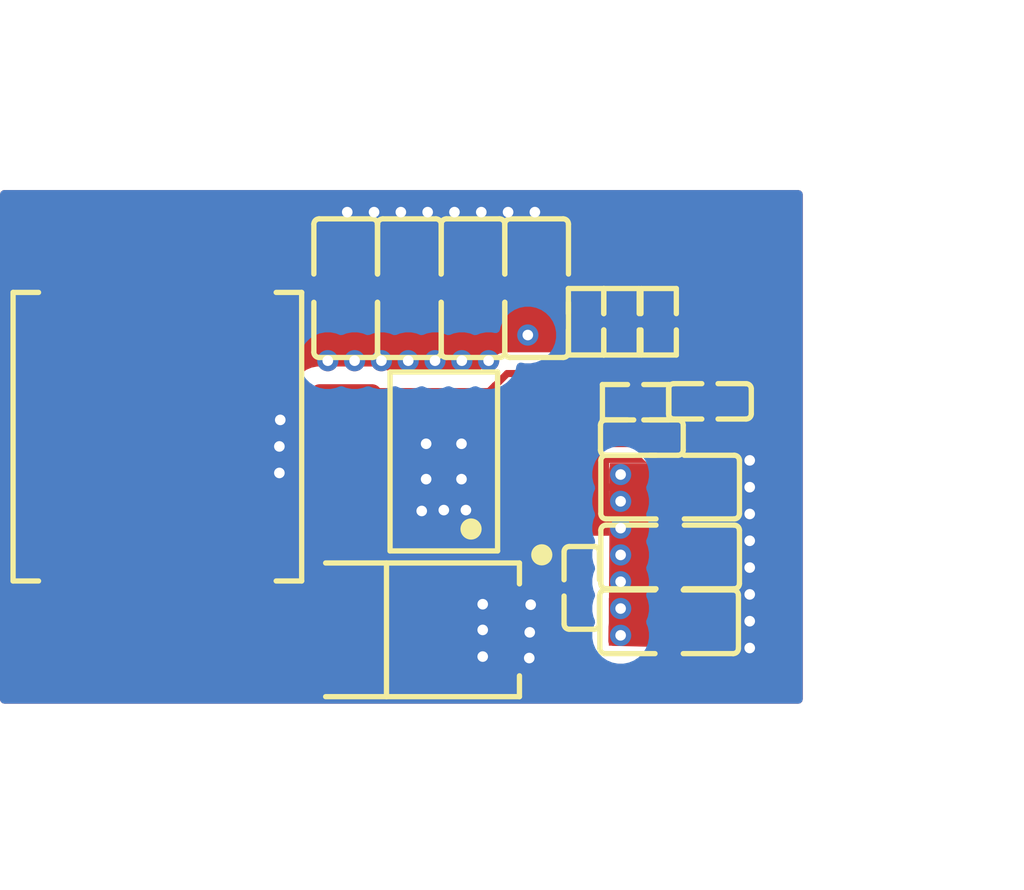
<source format=kicad_pcb>
(kicad_pcb (version 20241229) (generator "pcbnew") (generator_version "9.0")
  (layers (0 "F.Cu" signal) (2 "B.Cu" signal) (13 "F.Paste" user) (15 "B.Paste" user) (5 "F.SilkS" user "F.Silkscreen") (7 "B.SilkS" user "B.Silkscreen") (1 "F.Mask" user) (3 "B.Mask" user) (25 "Edge.Cuts" user))
  (net 0 "")
  (net 1 "BOOT")
  (net 2 "COMP")
  (net 3 "FB")
  (net 4 "gnd")
  (net 5 "hv-1")
  (net 6 "net")
  (net 7 "EN")
  (net 8 "RT_CLK")
  (net 9 "SW")
  (net 10 "hv")
  (footprint "atopile:C0805-3b2e55" (layer "F.Cu") (at 161.15 104.4 90)
    (property "Reference" "C9" (hide yes))
    (property "Value" "22µF ±20% 25V X5R")
    (fp_line (start 1.81 -0.9) (end 0.4 -0.9) (stroke (width 0.15)) (layer "F.SilkS"))
    (fp_line (start -1.81 -0.9) (end -0.4 -0.9) (stroke (width 0.15)) (layer "F.SilkS"))
    (fp_line (start 1.96 0.75) (end 1.96 -0.75) (stroke (width 0.15)) (layer "F.SilkS"))
    (fp_line (start -1.96 0.75) (end -1.96 -0.75) (stroke (width 0.15)) (layer "F.SilkS"))
    (fp_line (start 0.4 0.9) (end 1.81 0.9) (stroke (width 0.15)) (layer "F.SilkS"))
    (fp_line (start -0.4 0.9) (end -1.81 0.9) (stroke (width 0.15)) (layer "F.SilkS"))
    (fp_arc (start 1.81 -0.9) (mid 1.916066 -0.856066) (end 1.96 -0.75) (stroke (width 0.15)) (layer "F.SilkS"))
    (fp_arc (start -1.96 -0.75) (mid -1.916066 -0.856066) (end -1.81 -0.9) (stroke (width 0.15)) (layer "F.SilkS"))
    (fp_arc (start 1.96 0.75) (mid 1.916066 0.856066) (end 1.81 0.9) (stroke (width 0.15)) (layer "F.SilkS"))
    (fp_arc (start -1.81 0.9) (mid -1.916066 0.856066) (end -1.96 0.75) (stroke (width 0.15)) (layer "F.SilkS"))
    (pad "1" smd rect (at -1 0 90) (size 1.41 1.35) (layers "F.Cu" "F.Mask" "F.Paste") (net 10 "hv"))
    (pad "2" smd rect (at 1 0 90) (size 1.41 1.35) (layers "F.Cu" "F.Mask" "F.Paste") (net 4 "gnd"))
  )
  (footprint "atopile:C0805-3b2e55" (layer "F.Cu") (at 159.35 104.4 90)
    (property "Reference" "C7" (hide yes))
    (property "Value" "22µF ±20% 25V X5R")
    (fp_line (start 1.81 -0.9) (end 0.4 -0.9) (stroke (width 0.15)) (layer "F.SilkS"))
    (fp_line (start -1.81 -0.9) (end -0.4 -0.9) (stroke (width 0.15)) (layer "F.SilkS"))
    (fp_line (start 1.96 0.75) (end 1.96 -0.75) (stroke (width 0.15)) (layer "F.SilkS"))
    (fp_line (start -1.96 0.75) (end -1.96 -0.75) (stroke (width 0.15)) (layer "F.SilkS"))
    (fp_line (start 0.4 0.9) (end 1.81 0.9) (stroke (width 0.15)) (layer "F.SilkS"))
    (fp_line (start -0.4 0.9) (end -1.81 0.9) (stroke (width 0.15)) (layer "F.SilkS"))
    (fp_arc (start 1.81 -0.9) (mid 1.916066 -0.856066) (end 1.96 -0.75) (stroke (width 0.15)) (layer "F.SilkS"))
    (fp_arc (start -1.96 -0.75) (mid -1.916066 -0.856066) (end -1.81 -0.9) (stroke (width 0.15)) (layer "F.SilkS"))
    (fp_arc (start 1.96 0.75) (mid 1.916066 0.856066) (end 1.81 0.9) (stroke (width 0.15)) (layer "F.SilkS"))
    (fp_arc (start -1.81 0.9) (mid -1.916066 0.856066) (end -1.96 0.75) (stroke (width 0.15)) (layer "F.SilkS"))
    (pad "1" smd rect (at -1 0 90) (size 1.41 1.35) (layers "F.Cu" "F.Mask" "F.Paste") (net 10 "hv"))
    (pad "2" smd rect (at 1 0 90) (size 1.41 1.35) (layers "F.Cu" "F.Mask" "F.Paste") (net 4 "gnd"))
  )
  (footprint "atopile:C0402-b3ef17" (layer "F.Cu") (at 167.725 108.625)
    (property "Reference" "C3" (hide yes))
    (property "Value" "8.2pF ±5% 50V C0G")
    (fp_line (start -1.17 0.35) (end -1.17 -0.35) (stroke (width 0.15)) (layer "F.SilkS"))
    (fp_line (start -1.02 -0.5) (end -0.23 -0.5) (stroke (width 0.15)) (layer "F.SilkS"))
    (fp_line (start -0.23 0.5) (end -1.02 0.5) (stroke (width 0.15)) (layer "F.SilkS"))
    (fp_line (start 0.23 0.5) (end 1.02 0.5) (stroke (width 0.15)) (layer "F.SilkS"))
    (fp_line (start 1.02 -0.5) (end 0.23 -0.5) (stroke (width 0.15)) (layer "F.SilkS"))
    (fp_line (start 1.17 0.35) (end 1.17 -0.35) (stroke (width 0.15)) (layer "F.SilkS"))
    (fp_arc (start -1.17 -0.35) (mid -1.126066 -0.456066) (end -1.02 -0.5) (stroke (width 0.15)) (layer "F.SilkS"))
    (fp_arc (start -1.02 0.5) (mid -1.126066 0.456066) (end -1.17 0.35) (stroke (width 0.15)) (layer "F.SilkS"))
    (fp_arc (start 1.02 -0.5) (mid 1.126066 -0.456066) (end 1.17 -0.35) (stroke (width 0.15)) (layer "F.SilkS"))
    (fp_arc (start 1.17 0.35) (mid 1.126066 0.456066) (end 1.02 0.5) (stroke (width 0.15)) (layer "F.SilkS"))
    (pad "1" smd rect (at -0.55 0) (size 0.79 0.54) (layers "F.Cu" "F.Mask" "F.Paste") (net 2 "COMP"))
    (pad "2" smd rect (at 0.55 0) (size 0.79 0.54) (layers "F.Cu" "F.Mask" "F.Paste") (net 4 "gnd"))
  )
  (footprint "atopile:C0805-3b2e55" (layer "F.Cu") (at 164.75 104.4 90)
    (property "Reference" "C8" (hide yes))
    (property "Value" "22µF ±20% 25V X5R")
    (fp_line (start 1.81 -0.9) (end 0.4 -0.9) (stroke (width 0.15)) (layer "F.SilkS"))
    (fp_line (start -1.81 -0.9) (end -0.4 -0.9) (stroke (width 0.15)) (layer "F.SilkS"))
    (fp_line (start 1.96 0.75) (end 1.96 -0.75) (stroke (width 0.15)) (layer "F.SilkS"))
    (fp_line (start -1.96 0.75) (end -1.96 -0.75) (stroke (width 0.15)) (layer "F.SilkS"))
    (fp_line (start 0.4 0.9) (end 1.81 0.9) (stroke (width 0.15)) (layer "F.SilkS"))
    (fp_line (start -0.4 0.9) (end -1.81 0.9) (stroke (width 0.15)) (layer "F.SilkS"))
    (fp_arc (start 1.81 -0.9) (mid 1.916066 -0.856066) (end 1.96 -0.75) (stroke (width 0.15)) (layer "F.SilkS"))
    (fp_arc (start -1.96 -0.75) (mid -1.916066 -0.856066) (end -1.81 -0.9) (stroke (width 0.15)) (layer "F.SilkS"))
    (fp_arc (start 1.96 0.75) (mid 1.916066 0.856066) (end 1.81 0.9) (stroke (width 0.15)) (layer "F.SilkS"))
    (fp_arc (start -1.81 0.9) (mid -1.916066 0.856066) (end -1.96 0.75) (stroke (width 0.15)) (layer "F.SilkS"))
    (pad "1" smd rect (at -1 0 90) (size 1.41 1.35) (layers "F.Cu" "F.Mask" "F.Paste") (net 10 "hv"))
    (pad "2" smd rect (at 1 0 90) (size 1.41 1.35) (layers "F.Cu" "F.Mask" "F.Paste") (net 4 "gnd"))
  )
  (footprint "atopile:C0402-b3ef17" (layer "F.Cu") (at 166.025 112.875 -90)
    (property "Reference" "C1" (hide yes))
    (property "Value" "100nF ±10% 50V X7R")
    (fp_line (start -0.23 0.5) (end -1.02 0.5) (stroke (width 0.15)) (layer "F.SilkS"))
    (fp_line (start 0.23 0.5) (end 1.02 0.5) (stroke (width 0.15)) (layer "F.SilkS"))
    (fp_line (start -1.17 0.35) (end -1.17 -0.35) (stroke (width 0.15)) (layer "F.SilkS"))
    (fp_line (start 1.17 0.35) (end 1.17 -0.35) (stroke (width 0.15)) (layer "F.SilkS"))
    (fp_line (start -1.02 -0.5) (end -0.23 -0.5) (stroke (width 0.15)) (layer "F.SilkS"))
    (fp_line (start 1.02 -0.5) (end 0.23 -0.5) (stroke (width 0.15)) (layer "F.SilkS"))
    (fp_arc (start -1.02 0.5) (mid -1.126066 0.456066) (end -1.17 0.35) (stroke (width 0.15)) (layer "F.SilkS"))
    (fp_arc (start 1.17 0.35) (mid 1.126066 0.456066) (end 1.02 0.5) (stroke (width 0.15)) (layer "F.SilkS"))
    (fp_arc (start -1.17 -0.35) (mid -1.126066 -0.456066) (end -1.02 -0.5) (stroke (width 0.15)) (layer "F.SilkS"))
    (fp_arc (start 1.02 -0.5) (mid 1.126066 -0.456066) (end 1.17 -0.35) (stroke (width 0.15)) (layer "F.SilkS"))
    (pad "1" smd rect (at -0.55 0 270) (size 0.79 0.54) (layers "F.Cu" "F.Mask" "F.Paste") (net 1 "BOOT"))
    (pad "2" smd rect (at 0.55 0 270) (size 0.79 0.54) (layers "F.Cu" "F.Mask" "F.Paste") (net 9 "SW"))
  )
  (footprint "atopile:C0805-3b2e55" (layer "F.Cu") (at 168.496296 113.833977)
    (property "Reference" "C5" (hide yes))
    (property "Value" "10µF ±10% 50V X5R")
    (fp_line (start -1.96 0.75) (end -1.96 -0.75) (stroke (width 0.15)) (layer "F.SilkS"))
    (fp_line (start -1.81 -0.9) (end -0.4 -0.9) (stroke (width 0.15)) (layer "F.SilkS"))
    (fp_line (start -0.4 0.9) (end -1.81 0.9) (stroke (width 0.15)) (layer "F.SilkS"))
    (fp_line (start 0.4 0.9) (end 1.81 0.9) (stroke (width 0.15)) (layer "F.SilkS"))
    (fp_line (start 1.81 -0.9) (end 0.4 -0.9) (stroke (width 0.15)) (layer "F.SilkS"))
    (fp_line (start 1.96 0.75) (end 1.96 -0.75) (stroke (width 0.15)) (layer "F.SilkS"))
    (fp_arc (start -1.96 -0.75) (mid -1.916066 -0.856066) (end -1.81 -0.9) (stroke (width 0.15)) (layer "F.SilkS"))
    (fp_arc (start -1.81 0.9) (mid -1.916066 0.856066) (end -1.96 0.75) (stroke (width 0.15)) (layer "F.SilkS"))
    (fp_arc (start 1.81 -0.9) (mid 1.916066 -0.856066) (end 1.96 -0.75) (stroke (width 0.15)) (layer "F.SilkS"))
    (fp_arc (start 1.96 0.75) (mid 1.916066 0.856066) (end 1.81 0.9) (stroke (width 0.15)) (layer "F.SilkS"))
    (pad "1" smd rect (at -1 0) (size 1.41 1.35) (layers "F.Cu" "F.Mask" "F.Paste") (net 5 "hv-1"))
    (pad "2" smd rect (at 1 0) (size 1.41 1.35) (layers "F.Cu" "F.Mask" "F.Paste") (net 4 "gnd"))
  )
  (footprint "atopile:C0402-b3ef17" (layer "F.Cu") (at 169.65 107.6)
    (property "Reference" "C2" (hide yes))
    (property "Value" "4.7nF ±5% 50V C0G")
    (fp_line (start -1.17 0.35) (end -1.17 -0.35) (stroke (width 0.15)) (layer "F.SilkS"))
    (fp_line (start -1.02 -0.5) (end -0.23 -0.5) (stroke (width 0.15)) (layer "F.SilkS"))
    (fp_line (start -0.23 0.5) (end -1.02 0.5) (stroke (width 0.15)) (layer "F.SilkS"))
    (fp_line (start 0.23 0.5) (end 1.02 0.5) (stroke (width 0.15)) (layer "F.SilkS"))
    (fp_line (start 1.02 -0.5) (end 0.23 -0.5) (stroke (width 0.15)) (layer "F.SilkS"))
    (fp_line (start 1.17 0.35) (end 1.17 -0.35) (stroke (width 0.15)) (layer "F.SilkS"))
    (fp_arc (start -1.17 -0.35) (mid -1.126066 -0.456066) (end -1.02 -0.5) (stroke (width 0.15)) (layer "F.SilkS"))
    (fp_arc (start -1.02 0.5) (mid -1.126066 0.456066) (end -1.17 0.35) (stroke (width 0.15)) (layer "F.SilkS"))
    (fp_arc (start 1.02 -0.5) (mid 1.126066 -0.456066) (end 1.17 -0.35) (stroke (width 0.15)) (layer "F.SilkS"))
    (fp_arc (start 1.17 0.35) (mid 1.126066 0.456066) (end 1.02 0.5) (stroke (width 0.15)) (layer "F.SilkS"))
    (pad "1" smd rect (at -0.55 0) (size 0.79 0.54) (layers "F.Cu" "F.Mask" "F.Paste") (net 6 "net"))
    (pad "2" smd rect (at 0.55 0) (size 0.79 0.54) (layers "F.Cu" "F.Mask" "F.Paste") (net 4 "gnd"))
  )
  (footprint "atopile:SMB_L4.6-W3.6-LS5.3-RD-330cb3" (layer "F.Cu") (at 161.523874 114.060878)
    (property "Reference" "D1" (hide yes))
    (property "Value" "")
    (fp_line (start -2.74 -1.89) (end 2.74 -1.89) (stroke (width 0.15)) (layer "F.SilkS"))
    (fp_line (start -2.74 1.89) (end 2.74 1.89) (stroke (width 0.15)) (layer "F.SilkS"))
    (fp_line (start -1.02 -1.89) (end -1.02 1.89) (stroke (width 0.15)) (layer "F.SilkS"))
    (fp_line (start 2.74 -1.89) (end 2.74 -1.3) (stroke (width 0.15)) (layer "F.SilkS"))
    (fp_line (start 2.74 1.89) (end 2.74 1.3) (stroke (width 0.15)) (layer "F.SilkS"))
    (pad "1" smd rect (at -2.36 0) (size 2.05 2.19) (layers "F.Cu" "F.Mask" "F.Paste") (net 9 "SW"))
    (pad "2" smd rect (at 2.36 0) (size 2.05 2.19) (layers "F.Cu" "F.Mask" "F.Paste") (net 4 "gnd"))
  )
  (footprint "atopile:R0402-56259e" (layer "F.Cu") (at 167.55 107.625)
    (property "Reference" "R1" (hide yes))
    (property "Value" "23.7kΩ ±1% 62.5mW")
    (fp_line (start -0.94 -0.5) (end -0.23 -0.5) (stroke (width 0.15)) (layer "F.SilkS"))
    (fp_line (start -0.94 0.5) (end -0.94 -0.5) (stroke (width 0.15)) (layer "F.SilkS"))
    (fp_line (start -0.23 0.5) (end -0.94 0.5) (stroke (width 0.15)) (layer "F.SilkS"))
    (fp_line (start 0.23 0.5) (end 0.94 0.5) (stroke (width 0.15)) (layer "F.SilkS"))
    (fp_line (start 0.94 -0.5) (end 0.23 -0.5) (stroke (width 0.15)) (layer "F.SilkS"))
    (fp_line (start 0.94 0.5) (end 0.94 -0.5) (stroke (width 0.15)) (layer "F.SilkS"))
    (pad "1" smd rect (at -0.43 0) (size 0.57 0.54) (layers "F.Cu" "F.Mask" "F.Paste") (net 2 "COMP"))
    (pad "2" smd rect (at 0.43 0) (size 0.57 0.54) (layers "F.Cu" "F.Mask" "F.Paste") (net 6 "net"))
  )
  (footprint "atopile:R0402-56259e" (layer "F.Cu") (at 168.2 105.35 90)
    (property "Reference" "R4" (hide yes))
    (property "Value" "162kΩ ±1% 62.5mW")
    (fp_line (start 0.94 -0.5) (end 0.23 -0.5) (stroke (width 0.15)) (layer "F.SilkS"))
    (fp_line (start -0.94 -0.5) (end -0.23 -0.5) (stroke (width 0.15)) (layer "F.SilkS"))
    (fp_line (start 0.94 0.5) (end 0.94 -0.5) (stroke (width 0.15)) (layer "F.SilkS"))
    (fp_line (start 0.23 0.5) (end 0.94 0.5) (stroke (width 0.15)) (layer "F.SilkS"))
    (fp_line (start -0.23 0.5) (end -0.94 0.5) (stroke (width 0.15)) (layer "F.SilkS"))
    (fp_line (start -0.94 0.5) (end -0.94 -0.5) (stroke (width 0.15)) (layer "F.SilkS"))
    (pad "1" smd rect (at -0.43 0 90) (size 0.57 0.54) (layers "F.Cu" "F.Mask" "F.Paste") (net 8 "RT_CLK"))
    (pad "2" smd rect (at 0.43 0 90) (size 0.57 0.54) (layers "F.Cu" "F.Mask" "F.Paste") (net 4 "gnd"))
  )
  (footprint "atopile:C0805-3b2e55" (layer "F.Cu") (at 162.95 104.4 90)
    (property "Reference" "C10" (hide yes))
    (property "Value" "22µF ±20% 25V X5R")
    (fp_line (start 1.81 -0.9) (end 0.4 -0.9) (stroke (width 0.15)) (layer "F.SilkS"))
    (fp_line (start -1.81 -0.9) (end -0.4 -0.9) (stroke (width 0.15)) (layer "F.SilkS"))
    (fp_line (start 1.96 0.75) (end 1.96 -0.75) (stroke (width 0.15)) (layer "F.SilkS"))
    (fp_line (start -1.96 0.75) (end -1.96 -0.75) (stroke (width 0.15)) (layer "F.SilkS"))
    (fp_line (start 0.4 0.9) (end 1.81 0.9) (stroke (width 0.15)) (layer "F.SilkS"))
    (fp_line (start -0.4 0.9) (end -1.81 0.9) (stroke (width 0.15)) (layer "F.SilkS"))
    (fp_arc (start 1.81 -0.9) (mid 1.916066 -0.856066) (end 1.96 -0.75) (stroke (width 0.15)) (layer "F.SilkS"))
    (fp_arc (start -1.96 -0.75) (mid -1.916066 -0.856066) (end -1.81 -0.9) (stroke (width 0.15)) (layer "F.SilkS"))
    (fp_arc (start 1.96 0.75) (mid 1.916066 0.856066) (end 1.81 0.9) (stroke (width 0.15)) (layer "F.SilkS"))
    (fp_arc (start -1.81 0.9) (mid -1.916066 0.856066) (end -1.96 0.75) (stroke (width 0.15)) (layer "F.SilkS"))
    (pad "1" smd rect (at -1 0 90) (size 1.41 1.35) (layers "F.Cu" "F.Mask" "F.Paste") (net 10 "hv"))
    (pad "2" smd rect (at 1 0 90) (size 1.41 1.35) (layers "F.Cu" "F.Mask" "F.Paste") (net 4 "gnd"))
  )
  (footprint "atopile:R0402-56259e" (layer "F.Cu") (at 167.15 105.35 90)
    (property "Reference" "R2" (hide yes))
    (property "Value" "10kΩ ±1% 62.5mW")
    (fp_line (start 0.94 -0.5) (end 0.23 -0.5) (stroke (width 0.15)) (layer "F.SilkS"))
    (fp_line (start -0.94 -0.5) (end -0.23 -0.5) (stroke (width 0.15)) (layer "F.SilkS"))
    (fp_line (start 0.94 0.5) (end 0.94 -0.5) (stroke (width 0.15)) (layer "F.SilkS"))
    (fp_line (start 0.23 0.5) (end 0.94 0.5) (stroke (width 0.15)) (layer "F.SilkS"))
    (fp_line (start -0.23 0.5) (end -0.94 0.5) (stroke (width 0.15)) (layer "F.SilkS"))
    (fp_line (start -0.94 0.5) (end -0.94 -0.5) (stroke (width 0.15)) (layer "F.SilkS"))
    (pad "1" smd rect (at -0.43 0 90) (size 0.57 0.54) (layers "F.Cu" "F.Mask" "F.Paste") (net 3 "FB"))
    (pad "2" smd rect (at 0.43 0 90) (size 0.57 0.54) (layers "F.Cu" "F.Mask" "F.Paste") (net 4 "gnd"))
  )
  (footprint "atopile:R0402-56259e" (layer "F.Cu") (at 166.147367 105.349606 -90)
    (property "Reference" "R3" (hide yes))
    (property "Value" "10kΩ ±1% 62.5mW")
    (fp_line (start -0.94 0.5) (end -0.94 -0.5) (stroke (width 0.15)) (layer "F.SilkS"))
    (fp_line (start -0.23 0.5) (end -0.94 0.5) (stroke (width 0.15)) (layer "F.SilkS"))
    (fp_line (start 0.23 0.5) (end 0.94 0.5) (stroke (width 0.15)) (layer "F.SilkS"))
    (fp_line (start 0.94 0.5) (end 0.94 -0.5) (stroke (width 0.15)) (layer "F.SilkS"))
    (fp_line (start -0.94 -0.5) (end -0.23 -0.5) (stroke (width 0.15)) (layer "F.SilkS"))
    (fp_line (start 0.94 -0.5) (end 0.23 -0.5) (stroke (width 0.15)) (layer "F.SilkS"))
    (pad "1" smd rect (at -0.43 0 270) (size 0.57 0.54) (layers "F.Cu" "F.Mask" "F.Paste") (net 10 "hv"))
    (pad "2" smd rect (at 0.43 0 270) (size 0.57 0.54) (layers "F.Cu" "F.Mask" "F.Paste") (net 3 "FB"))
  )
  (footprint "atopile:C0805-3b2e55" (layer "F.Cu") (at 168.525 110.025)
    (property "Reference" "C6" (hide yes))
    (property "Value" "10µF ±10% 50V X5R")
    (fp_line (start -1.96 0.75) (end -1.96 -0.75) (stroke (width 0.15)) (layer "F.SilkS"))
    (fp_line (start -1.81 -0.9) (end -0.4 -0.9) (stroke (width 0.15)) (layer "F.SilkS"))
    (fp_line (start -0.4 0.9) (end -1.81 0.9) (stroke (width 0.15)) (layer "F.SilkS"))
    (fp_line (start 0.4 0.9) (end 1.81 0.9) (stroke (width 0.15)) (layer "F.SilkS"))
    (fp_line (start 1.81 -0.9) (end 0.4 -0.9) (stroke (width 0.15)) (layer "F.SilkS"))
    (fp_line (start 1.96 0.75) (end 1.96 -0.75) (stroke (width 0.15)) (layer "F.SilkS"))
    (fp_arc (start -1.96 -0.75) (mid -1.916066 -0.856066) (end -1.81 -0.9) (stroke (width 0.15)) (layer "F.SilkS"))
    (fp_arc (start -1.81 0.9) (mid -1.916066 0.856066) (end -1.96 0.75) (stroke (width 0.15)) (layer "F.SilkS"))
    (fp_arc (start 1.81 -0.9) (mid 1.916066 -0.856066) (end 1.96 -0.75) (stroke (width 0.15)) (layer "F.SilkS"))
    (fp_arc (start 1.96 0.75) (mid 1.916066 0.856066) (end 1.81 0.9) (stroke (width 0.15)) (layer "F.SilkS"))
    (pad "1" smd rect (at -1 0) (size 1.41 1.35) (layers "F.Cu" "F.Mask" "F.Paste") (net 5 "hv-1"))
    (pad "2" smd rect (at 1 0) (size 1.41 1.35) (layers "F.Cu" "F.Mask" "F.Paste") (net 4 "gnd"))
  )
  (footprint "atopile:IND-SMD_L8.0-W8.0_SWPA8040S-2a70f8" (layer "F.Cu") (at 154.025 108.6 -90)
    (property "Reference" "L1" (hide yes))
    (property "Value" "")
    (fp_line (start -4.08 4.08) (end 4.08 4.08) (stroke (width 0.15)) (layer "F.SilkS"))
    (fp_line (start 4.08 4.08) (end 4.08 3.36) (stroke (width 0.15)) (layer "F.SilkS"))
    (fp_line (start -4.08 3.36) (end -4.08 4.08) (stroke (width 0.15)) (layer "F.SilkS"))
    (fp_line (start -4.08 -3.36) (end -4.08 -4.08) (stroke (width 0.15)) (layer "F.SilkS"))
    (fp_line (start -4.08 -4.08) (end 4.08 -4.08) (stroke (width 0.15)) (layer "F.SilkS"))
    (fp_line (start 4.08 -4.08) (end 4.08 -3.36) (stroke (width 0.15)) (layer "F.SilkS"))
    (pad "1" smd rect (at 3.38 0 270) (size 2.92 6.42) (layers "F.Cu" "F.Mask" "F.Paste") (net 9 "SW"))
    (pad "2" smd rect (at -3.38 0 270) (size 2.92 6.42) (layers "F.Cu" "F.Mask" "F.Paste") (net 10 "hv"))
  )
  (footprint "atopile:SOIC-8_L5.0-W4.0-P1.27-LS6.0-BL-EP2.0-748c0f" (layer "F.Cu") (at 162.125 109.3 90)
    (property "Reference" "U1" (hide yes))
    (property "Value" "")
    (fp_line (start 2.53 -1.52) (end 2.53 1.52) (stroke (width 0.15)) (layer "F.SilkS"))
    (fp_line (start -2.53 -1.52) (end 2.53 -1.52) (stroke (width 0.15)) (layer "F.SilkS"))
    (fp_line (start 2.53 1.52) (end -2.53 1.52) (stroke (width 0.15)) (layer "F.SilkS"))
    (fp_line (start -2.53 1.52) (end -2.53 -1.52) (stroke (width 0.15)) (layer "F.SilkS"))
    (fp_circle (center -1.91 0.77) (end -1.76 0.77) (stroke (width 0.3)) (fill no) (layer "F.SilkS"))
    (fp_circle (center -2.64 2.77) (end -2.49 2.77) (stroke (width 0.3)) (fill no) (layer "F.SilkS"))
    (pad "" thru_hole circle (at -0.5 0.5 90) (size 0.61 0.61) (drill 0.3) (layers "*.Cu" "*.Paste" "*.Mask") (net 4 "gnd"))
    (pad "" thru_hole circle (at 0.5 -0.5 90) (size 0.61 0.61) (drill 0.3) (layers "*.Cu" "*.Paste" "*.Mask") (net 4 "gnd"))
    (pad "" thru_hole circle (at 0.5 0.5 90) (size 0.61 0.61) (drill 0.3) (layers "*.Cu" "*.Paste" "*.Mask") (net 4 "gnd"))
    (pad "1" smd oval (at -1.91 2.77 90) (size 0.57 2.04) (layers "F.Cu" "F.Mask" "F.Paste") (net 1 "BOOT"))
    (pad "2" smd oval (at -0.63 2.77 90) (size 0.57 2.04) (layers "F.Cu" "F.Mask" "F.Paste") (net 5 "hv-1"))
    (pad "3" smd oval (at 0.63 2.77 90) (size 0.57 2.04) (layers "F.Cu" "F.Mask" "F.Paste") (net 7 "EN"))
    (pad "4" smd oval (at 1.9 2.77 90) (size 0.57 2.04) (layers "F.Cu" "F.Mask" "F.Paste") (net 8 "RT_CLK"))
    (pad "5" smd oval (at 1.9 -2.77 90) (size 0.57 2.04) (layers "F.Cu" "F.Mask" "F.Paste") (net 3 "FB"))
    (pad "6" smd oval (at 0.63 -2.77 90) (size 0.57 2.04) (layers "F.Cu" "F.Mask" "F.Paste") (net 2 "COMP"))
    (pad "7" smd oval (at -0.63 -2.77 90) (size 0.57 2.04) (layers "F.Cu" "F.Mask" "F.Paste") (net 4 "gnd"))
    (pad "8" smd oval (at -1.91 -2.77 90) (size 0.57 2.04) (layers "F.Cu" "F.Mask" "F.Paste") (net 9 "SW"))
    (pad "9" smd rect (at 0 0 90) (size 2 2) (layers "F.Cu" "F.Mask" "F.Paste") (net 4 "gnd"))
    (pad "gnd" thru_hole circle (at -0.5 -0.5 90) (size 0.61 0.61) (drill 0.3) (layers "*.Cu" "*.Paste" "*.Mask") (net 4 "gnd"))
  )
  (footprint "atopile:C0805-3b2e55" (layer "F.Cu") (at 168.525 112)
    (property "Reference" "C4" (hide yes))
    (property "Value" "10µF ±10% 50V X5R")
    (fp_line (start -1.96 0.75) (end -1.96 -0.75) (stroke (width 0.15)) (layer "F.SilkS"))
    (fp_line (start -1.81 -0.9) (end -0.4 -0.9) (stroke (width 0.15)) (layer "F.SilkS"))
    (fp_line (start -0.4 0.9) (end -1.81 0.9) (stroke (width 0.15)) (layer "F.SilkS"))
    (fp_line (start 0.4 0.9) (end 1.81 0.9) (stroke (width 0.15)) (layer "F.SilkS"))
    (fp_line (start 1.81 -0.9) (end 0.4 -0.9) (stroke (width 0.15)) (layer "F.SilkS"))
    (fp_line (start 1.96 0.75) (end 1.96 -0.75) (stroke (width 0.15)) (layer "F.SilkS"))
    (fp_arc (start -1.96 -0.75) (mid -1.916066 -0.856066) (end -1.81 -0.9) (stroke (width 0.15)) (layer "F.SilkS"))
    (fp_arc (start -1.81 0.9) (mid -1.916066 0.856066) (end -1.96 0.75) (stroke (width 0.15)) (layer "F.SilkS"))
    (fp_arc (start 1.81 -0.9) (mid 1.916066 -0.856066) (end 1.96 -0.75) (stroke (width 0.15)) (layer "F.SilkS"))
    (fp_arc (start 1.96 0.75) (mid 1.916066 0.856066) (end 1.81 0.9) (stroke (width 0.15)) (layer "F.SilkS"))
    (pad "1" smd rect (at -1 0) (size 1.41 1.35) (layers "F.Cu" "F.Mask" "F.Paste") (net 5 "hv-1"))
    (pad "2" smd rect (at 1 0) (size 1.41 1.35) (layers "F.Cu" "F.Mask" "F.Paste") (net 4 "gnd"))
  )
  (segment (start 166.025 111.525) (end 166.025 112.325) (width 0.2) (layer "F.Cu") (net 1))
  (segment (start 164.895 111.21) (end 165.71 111.21) (width 0.2) (layer "F.Cu") (net 1))
  (segment (start 165.71 111.21) (end 166.025 111.525) (width 0.2) (layer "F.Cu") (net 1))
  (segment (start 160.851 107.999) (end 166.746 107.999) (width 0.2) (layer "F.Cu") (net 2))
  (segment (start 160.18 108.67) (end 160.851 107.999) (width 0.2) (layer "F.Cu") (net 2))
  (segment (start 166.746 107.999) (end 167.12 107.625) (width 0.2) (layer "F.Cu") (net 2))
  (segment (start 166.746 107.999) (end 166.746 108.196) (width 0.2) (layer "F.Cu") (net 2))
  (segment (start 159.355 108.67) (end 160.18 108.67) (width 0.2) (layer "F.Cu") (net 2))
  (segment (start 166.746 108.196) (end 167.175 108.625) (width 0.2) (layer "F.Cu") (net 2))
  (segment (start 165.597973 106.814) (end 166.147367 106.264606) (width 0.2) (layer "F.Cu") (net 3))
  (segment (start 159.43 107.325) (end 163.4 107.325) (width 0.2) (layer "F.Cu") (net 3))
  (segment (start 163.4 107.325) (end 163.567729 107.157271) (width 0.2) (layer "F.Cu") (net 3))
  (segment (start 163.574 107.157271) (end 163.917271 106.814) (width 0.2) (layer "F.Cu") (net 3))
  (segment (start 163.567729 107.157271) (end 163.574 107.157271) (width 0.2) (layer "F.Cu") (net 3))
  (segment (start 163.917271 106.814) (end 165.597973 106.814) (width 0.2) (layer "F.Cu") (net 3))
  (segment (start 166.147761 105.78) (end 166.147367 105.779606) (width 0.2) (layer "F.Cu") (net 3))
  (segment (start 159.355 107.4) (end 159.43 107.325) (width 0.2) (layer "F.Cu") (net 3))
  (segment (start 166.147367 106.264606) (end 166.147367 105.779606) (width 0.2) (layer "F.Cu") (net 3))
  (segment (start 167.15 105.78) (end 166.147761 105.78) (width 0.2) (layer "F.Cu") (net 3))
  (segment (start 159.355 109.93) (end 160.09 109.93) (width 0.2) (layer "F.Cu") (net 4))
  (segment (start 167.15 104.35) (end 166.2 103.4) (width 0.2) (layer "F.Cu") (net 4))
  (segment (start 169.496296 110.053704) (end 169.525 110.025) (width 0.2) (layer "F.Cu") (net 4))
  (segment (start 166.2 103.4) (end 164.75 103.4) (width 0.2) (layer "F.Cu") (net 4))
  (segment (start 163.914355 113.785878) (end 164.158874 113.785878) (width 0.2) (layer "F.Cu") (net 4))
  (segment (start 164.75 103.4) (end 159.35 103.4) (width 0.2) (layer "F.Cu") (net 4))
  (segment (start 167.15 104.92) (end 168.2 104.92) (width 0.2) (layer "F.Cu") (net 4))
  (segment (start 160.826 109.194) (end 162.019 109.194) (width 0.2) (layer "F.Cu") (net 4))
  (segment (start 167.15 104.92) (end 167.15 104.35) (width 0.2) (layer "F.Cu") (net 4))
  (segment (start 162.019 109.194) (end 162.625 109.8) (width 0.2) (layer "F.Cu") (net 4))
  (segment (start 169.496296 113.833977) (end 169.496296 110.053704) (width 0.2) (layer "F.Cu") (net 4))
  (segment (start 160.09 109.93) (end 160.826 109.194) (width 0.2) (layer "F.Cu") (net 4))
  (via (at 160.91014 102.25) (size 0.6) (drill 0.3) (layers "F.Cu" "B.Cu") (net 4))
  (via (at 159.394196 102.25) (size 0.6) (drill 0.3) (layers "F.Cu" "B.Cu") (net 4))
  (via (at 157.475 108.875) (size 0.6) (drill 0.3) (layers "F.Cu" "B.Cu") (net 4))
  (via (at 170.775 113.059056) (size 0.6) (drill 0.3) (layers "F.Cu" "B.Cu") (net 4))
  (via (at 164.540851 114.858705) (size 0.6) (drill 0.3) (layers "F.Cu" "B.Cu") (net 4))
  (via (at 170.775 110.78514) (size 0.6) (drill 0.3) (layers "F.Cu" "B.Cu") (net 4))
  (via (at 164.554562 114.132014) (size 0.6) (drill 0.3) (layers "F.Cu" "B.Cu") (net 4))
  (via (at 164.581984 113.350479) (size 0.6) (drill 0.3) (layers "F.Cu" "B.Cu") (net 4))
  (via (at 163.224581 113.336768) (size 0.6) (drill 0.3) (layers "F.Cu" "B.Cu") (net 4))
  (via (at 162.426084 102.25) (size 0.6) (drill 0.3) (layers "F.Cu" "B.Cu") (net 4))
  (via (at 162.75 110.675) (size 0.6) (drill 0.3) (layers "F.Cu" "B.Cu") (net 4))
  (via (at 161.668112 102.25) (size 0.6) (drill 0.3) (layers "F.Cu" "B.Cu") (net 4))
  (via (at 163.184056 102.25) (size 0.6) (drill 0.3) (layers "F.Cu" "B.Cu") (net 4))
  (via (at 157.475 109.625) (size 0.6) (drill 0.3) (layers "F.Cu" "B.Cu") (net 4))
  (via (at 170.775 109.269196) (size 0.6) (drill 0.3) (layers "F.Cu" "B.Cu") (net 4))
  (via (at 170.775 114.575) (size 0.6) (drill 0.3) (layers "F.Cu" "B.Cu") (net 4))
  (via (at 170.775 113.817028) (size 0.6) (drill 0.3) (layers "F.Cu" "B.Cu") (net 4))
  (via (at 161.5 110.7) (size 0.6) (drill 0.3) (layers "F.Cu" "B.Cu") (net 4))
  (via (at 163.942028 102.25) (size 0.6) (drill 0.3) (layers "F.Cu" "B.Cu") (net 4))
  (via (at 170.775 110.027168) (size 0.6) (drill 0.3) (layers "F.Cu" "B.Cu") (net 4))
  (via (at 157.5 108.125) (size 0.6) (drill 0.3) (layers "F.Cu" "B.Cu") (net 4))
  (via (at 163.224581 114.063458) (size 0.6) (drill 0.3) (layers "F.Cu" "B.Cu") (net 4))
  (via (at 160.152168 102.25) (size 0.6) (drill 0.3) (layers "F.Cu" "B.Cu") (net 4))
  (via (at 162.125 110.675) (size 0.6) (drill 0.3) (layers "F.Cu" "B.Cu") (net 4))
  (via (at 170.775 112.301084) (size 0.6) (drill 0.3) (layers "F.Cu" "B.Cu") (net 4))
  (via (at 164.7 102.25) (size 0.6) (drill 0.3) (layers "F.Cu" "B.Cu") (net 4))
  (via (at 170.775 111.543112) (size 0.6) (drill 0.3) (layers "F.Cu" "B.Cu") (net 4))
  (via (at 163.224581 114.817572) (size 0.6) (drill 0.3) (layers "F.Cu" "B.Cu") (net 4))
  (segment (start 167.525 110.025) (end 167.525 113.805273) (width 0.2) (layer "F.Cu") (net 5))
  (segment (start 167.525 113.805273) (end 167.496296 113.833977) (width 0.2) (layer "F.Cu") (net 5))
  (segment (start 164.99 110.025) (end 164.895 109.93) (width 0.2) (layer "F.Cu") (net 5))
  (segment (start 167.525 110.025) (end 164.99 110.025) (width 0.2) (layer "F.Cu") (net 5))
  (via (at 167.125 109.669196) (size 0.6) (drill 0.3) (layers "F.Cu" "B.Cu") (net 5))
  (via (at 167.125 113.459056) (size 0.6) (drill 0.3) (layers "F.Cu" "B.Cu") (net 5))
  (via (at 167.125 112.701084) (size 0.6) (drill 0.3) (layers "F.Cu" "B.Cu") (net 5))
  (via (at 167.125 110.427168) (size 0.6) (drill 0.3) (layers "F.Cu" "B.Cu") (net 5))
  (via (at 167.125 111.18514) (size 0.6) (drill 0.3) (layers "F.Cu" "B.Cu") (net 5))
  (via (at 167.125 111.943112) (size 0.6) (drill 0.3) (layers "F.Cu" "B.Cu") (net 5))
  (via (at 167.125 114.217028) (size 0.6) (drill 0.3) (layers "F.Cu" "B.Cu") (net 5))
  (segment (start 169.075 107.625) (end 169.1 107.6) (width 0.2) (layer "F.Cu") (net 6))
  (segment (start 167.98 107.625) (end 169.075 107.625) (width 0.2) (layer "F.Cu") (net 6))
  (segment (start 168.2 105.78) (end 168.2 105.795) (width 0.2) (layer "F.Cu") (net 8))
  (segment (start 164.895 107.4) (end 165.63 107.4) (width 0.2) (layer "F.Cu") (net 8))
  (segment (start 167.614 106.366) (end 168.2 105.78) (width 0.2) (layer "F.Cu") (net 8))
  (segment (start 166.664 106.366) (end 167.614 106.366) (width 0.2) (layer "F.Cu") (net 8))
  (segment (start 165.63 107.4) (end 166.664 106.366) (width 0.2) (layer "F.Cu") (net 8))
  (segment (start 164.575 111.975) (end 161.475 111.975) (width 0.2) (layer "F.Cu") (net 9))
  (segment (start 161.475 111.975) (end 160.71 111.21) (width 0.2) (layer "F.Cu") (net 9))
  (segment (start 159.163874 114.060878) (end 159.163874 111.401126) (width 0.2) (layer "F.Cu") (net 9))
  (segment (start 160.71 111.21) (end 159.355 111.21) (width 0.2) (layer "F.Cu") (net 9))
  (segment (start 159.163874 111.401126) (end 159.355 111.21) (width 0.2) (layer "F.Cu") (net 9))
  (segment (start 154.025 111.98) (end 158.585 111.98) (width 0.2) (layer "F.Cu") (net 9))
  (segment (start 158.585 111.98) (end 159.355 111.21) (width 0.2) (layer "F.Cu") (net 9))
  (segment (start 166.025 113.425) (end 164.575 111.975) (width 0.2) (layer "F.Cu") (net 9))
  (segment (start 154.205 105.4) (end 154.025 105.22) (width 0.2) (layer "F.Cu") (net 10))
  (segment (start 165.230394 104.919606) (end 164.75 105.4) (width 0.2) (layer "F.Cu") (net 10))
  (segment (start 166.147367 104.919606) (end 165.230394 104.919606) (width 0.2) (layer "F.Cu") (net 10))
  (segment (start 164.75 105.4) (end 159.35 105.4) (width 0.2) (layer "F.Cu") (net 10))
  (segment (start 159.35 105.4) (end 154.205 105.4) (width 0.2) (layer "F.Cu") (net 10))
  (via (at 159.602168 106.45) (size 0.6) (drill 0.3) (layers "F.Cu" "B.Cu") (net 10))
  (via (at 162.634056 106.45) (size 0.6) (drill 0.3) (layers "F.Cu" "B.Cu") (net 10))
  (via (at 161.118112 106.45) (size 0.6) (drill 0.3) (layers "F.Cu" "B.Cu") (net 10))
  (via (at 161.876084 106.45) (size 0.6) (drill 0.3) (layers "F.Cu" "B.Cu") (net 10))
  (via (at 158.844196 106.45) (size 0.6) (drill 0.3) (layers "F.Cu" "B.Cu") (net 10))
  (via (at 164.5 105.725) (size 0.6) (drill 0.3) (layers "F.Cu" "B.Cu") (net 10))
  (via (at 160.36014 106.45) (size 0.6) (drill 0.3) (layers "F.Cu" "B.Cu") (net 10))
  (via (at 163.392028 106.45) (size 0.6) (drill 0.3) (layers "F.Cu" "B.Cu") (net 10))
  (zone (net 10) (net_name "hv") (layer "F.Cu") (priority 4) (connect_pads yes (clearance 0.5)) (min_thickness 0.25) (fill yes (thermal_gap 0.5) (thermal_bridge_width 0.5))
    (polygon (pts (xy 157.066282 103.772228) (xy 158.698814 104.705103) (xy 165.392195 104.705103) (xy 165.4 104.712908) (xy 165.4 106.1) (xy 164.45 107.05) (xy 154.2 107.05) (xy 153.175 106.025) (xy 155.427772 103.772228)))
  )
  (zone (net 5) (net_name "hv-1") (layer "F.Cu") (priority 4) (connect_pads yes (clearance 0.5)) (min_thickness 0.25) (fill yes (thermal_gap 0.5) (thermal_bridge_width 0.5))
    (polygon (pts (xy 168.245734 109.341705) (xy 168.210163 114.546948) (xy 166.77546 114.511377) (xy 166.799174 112.61425) (xy 166.811032 110.562981) (xy 166.799174 109.341705)))
  )
  (zone (net 5) (net_name "hv-1") (layer "F.Cu") (connect_pads yes (clearance 0.2)) (min_thickness 0.25) (fill yes (thermal_gap 0.5) (thermal_bridge_width 0.5))
    (polygon (pts (xy 164 110.05) (xy 165.35 111.4) (xy 167.525 111.4) (xy 168.2 110.725) (xy 168.2 109.675) (xy 167.575 109.05) (xy 164.675 109.05) (xy 164 109.725)))
  )
  (zone (net 9) (net_name "SW") (layer "F.Cu") (priority 4) (connect_pads yes (clearance 0.5)) (min_thickness 0.25) (fill yes (thermal_gap 0.5) (thermal_bridge_width 0.5))
    (polygon (pts (xy 159.9 110.5) (xy 160.5 111.1) (xy 160.5 114.85) (xy 160.2 115.15) (xy 152.875 115.15) (xy 150.95 113.225) (xy 150.975 113.25) (xy 153.725 110.5)))
  )
  (zone (net 4) (net_name "gnd") (layers "F.Cu" "B.Cu") (priority 3) (connect_pads yes (clearance 0.5)) (min_thickness 0.25) (fill yes (thermal_gap 0.5) (thermal_bridge_width 0.5))
    (polygon (pts (xy 149.575 116.15) (xy 172.275 116.15) (xy 172.275 101.925) (xy 172.275 101.625) (xy 150.225 101.625) (xy 149.575 101.625)))
  )
)
</source>
